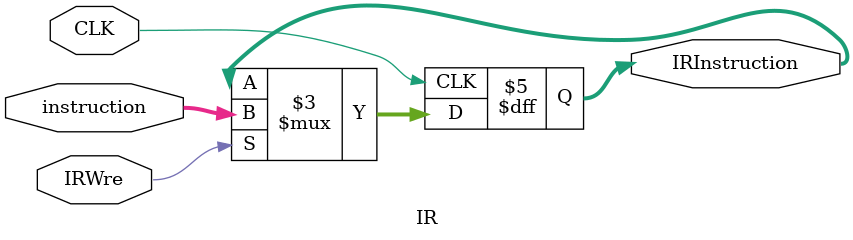
<source format=v>
`timescale 1ns / 1ps


module IR(
        input [31:0] instruction,
        input CLK,
        input IRWre,
        output reg[31:0] IRInstruction
    );
    
    initial begin
        IRInstruction = 0;
    end
    
    always@(posedge CLK)
    begin
        if(IRWre) begin
            IRInstruction <= instruction;
        end
    end
     
endmodule

</source>
